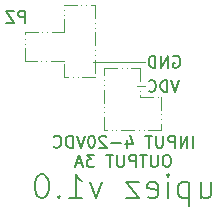
<source format=gbr>
%TF.GenerationSoftware,KiCad,Pcbnew,8.0.4*%
%TF.CreationDate,2024-09-07T16:18:19-07:00*%
%TF.ProjectId,upiez,75706965-7a2e-46b6-9963-61645f706362,rev?*%
%TF.SameCoordinates,Original*%
%TF.FileFunction,Legend,Bot*%
%TF.FilePolarity,Positive*%
%FSLAX46Y46*%
G04 Gerber Fmt 4.6, Leading zero omitted, Abs format (unit mm)*
G04 Created by KiCad (PCBNEW 8.0.4) date 2024-09-07 16:18:19*
%MOMM*%
%LPD*%
G01*
G04 APERTURE LIST*
%ADD10C,0.100000*%
%ADD11C,0.200000*%
%ADD12C,0.150000*%
G04 APERTURE END LIST*
D10*
X31115000Y-33197800D02*
X31115000Y-32097800D01*
X31115000Y-31697800D02*
X31115000Y-31697800D01*
X31115000Y-31297800D02*
X31115000Y-31297800D01*
X31115000Y-30897800D02*
X31115000Y-30734000D01*
X31115000Y-30734000D02*
X32215000Y-30734000D01*
X32615000Y-30734000D02*
X32615000Y-30734000D01*
X33015000Y-30734000D02*
X33015000Y-30734000D01*
X33415000Y-30734000D02*
X34417000Y-30734000D01*
X34417000Y-30734000D02*
X34417000Y-29634000D01*
X34417000Y-29234000D02*
X34417000Y-29234000D01*
X34417000Y-28834000D02*
X34417000Y-28834000D01*
X34417000Y-28448000D02*
X35517000Y-28448000D01*
X35917000Y-28448000D02*
X35917000Y-28448000D01*
X36317000Y-28448000D02*
X36317000Y-28448000D01*
X36717000Y-28448000D02*
X37084000Y-28448000D01*
X37084000Y-28448000D02*
X37084000Y-29548000D01*
X37084000Y-29948000D02*
X37084000Y-29948000D01*
X37084000Y-30348000D02*
X37084000Y-30348000D01*
X37084000Y-30748000D02*
X37084000Y-31848000D01*
X37084000Y-32248000D02*
X37084000Y-32248000D01*
X37084000Y-32648000D02*
X37084000Y-32648000D01*
X37084000Y-33048000D02*
X37084000Y-34148000D01*
X37084000Y-34544000D02*
X35984000Y-34544000D01*
X35584000Y-34544000D02*
X35584000Y-34544000D01*
X35184000Y-34544000D02*
X35184000Y-34544000D01*
X34784000Y-34544000D02*
X34417000Y-34544000D01*
X34417000Y-34544000D02*
X34417000Y-33444000D01*
X34417000Y-33197800D02*
X33317000Y-33197800D01*
X32917000Y-33197800D02*
X32917000Y-33197800D01*
X32517000Y-33197800D02*
X32517000Y-33197800D01*
X32117000Y-33197800D02*
X31115000Y-33197800D01*
X40894000Y-33782000D02*
X40894000Y-34882000D01*
X40894000Y-35282000D02*
X40894000Y-35282000D01*
X40894000Y-35682000D02*
X40894000Y-35682000D01*
X40894000Y-36082000D02*
X40894000Y-36195000D01*
X40894000Y-36195000D02*
X41994000Y-36195000D01*
X42394000Y-36195000D02*
X42394000Y-36195000D01*
X42672000Y-36195000D02*
X42672000Y-37295000D01*
X42672000Y-37695000D02*
X42672000Y-37695000D01*
X42672000Y-38095000D02*
X42672000Y-38095000D01*
X42672000Y-38495000D02*
X42672000Y-38989000D01*
X42672000Y-38989000D02*
X41572000Y-38989000D01*
X41172000Y-38989000D02*
X41172000Y-38989000D01*
X40772000Y-38989000D02*
X40772000Y-38989000D01*
X40372000Y-38989000D02*
X39272000Y-38989000D01*
X38872000Y-38989000D02*
X38872000Y-38989000D01*
X38472000Y-38989000D02*
X38472000Y-38989000D01*
X38072000Y-38989000D02*
X37846000Y-38989000D01*
X37846000Y-38989000D02*
X37846000Y-37889000D01*
X37846000Y-37489000D02*
X37846000Y-37489000D01*
X37846000Y-37089000D02*
X37846000Y-37089000D01*
X37846000Y-36689000D02*
X37846000Y-35589000D01*
X37846000Y-35189000D02*
X37846000Y-35189000D01*
X37846000Y-34789000D02*
X37846000Y-34789000D01*
X37846000Y-34389000D02*
X37846000Y-33782000D01*
X37846000Y-33782000D02*
X38946000Y-33782000D01*
X39346000Y-33782000D02*
X39346000Y-33782000D01*
X39746000Y-33782000D02*
X39746000Y-33782000D01*
X40146000Y-33782000D02*
X40894000Y-33782000D01*
X41275000Y-35280600D02*
X40640000Y-35280600D01*
X41275000Y-33274000D02*
X36931600Y-33274000D01*
D11*
X45995410Y-43423504D02*
X45995410Y-44756838D01*
X46852553Y-43423504D02*
X46852553Y-44471123D01*
X46852553Y-44471123D02*
X46757315Y-44661600D01*
X46757315Y-44661600D02*
X46566839Y-44756838D01*
X46566839Y-44756838D02*
X46281124Y-44756838D01*
X46281124Y-44756838D02*
X46090648Y-44661600D01*
X46090648Y-44661600D02*
X45995410Y-44566361D01*
X45043029Y-43423504D02*
X45043029Y-45423504D01*
X45043029Y-43518742D02*
X44852553Y-43423504D01*
X44852553Y-43423504D02*
X44471600Y-43423504D01*
X44471600Y-43423504D02*
X44281124Y-43518742D01*
X44281124Y-43518742D02*
X44185886Y-43613980D01*
X44185886Y-43613980D02*
X44090648Y-43804457D01*
X44090648Y-43804457D02*
X44090648Y-44375885D01*
X44090648Y-44375885D02*
X44185886Y-44566361D01*
X44185886Y-44566361D02*
X44281124Y-44661600D01*
X44281124Y-44661600D02*
X44471600Y-44756838D01*
X44471600Y-44756838D02*
X44852553Y-44756838D01*
X44852553Y-44756838D02*
X45043029Y-44661600D01*
X43233505Y-44756838D02*
X43233505Y-43423504D01*
X43233505Y-42756838D02*
X43328743Y-42852076D01*
X43328743Y-42852076D02*
X43233505Y-42947314D01*
X43233505Y-42947314D02*
X43138267Y-42852076D01*
X43138267Y-42852076D02*
X43233505Y-42756838D01*
X43233505Y-42756838D02*
X43233505Y-42947314D01*
X41519219Y-44661600D02*
X41709695Y-44756838D01*
X41709695Y-44756838D02*
X42090648Y-44756838D01*
X42090648Y-44756838D02*
X42281124Y-44661600D01*
X42281124Y-44661600D02*
X42376362Y-44471123D01*
X42376362Y-44471123D02*
X42376362Y-43709219D01*
X42376362Y-43709219D02*
X42281124Y-43518742D01*
X42281124Y-43518742D02*
X42090648Y-43423504D01*
X42090648Y-43423504D02*
X41709695Y-43423504D01*
X41709695Y-43423504D02*
X41519219Y-43518742D01*
X41519219Y-43518742D02*
X41423981Y-43709219D01*
X41423981Y-43709219D02*
X41423981Y-43899695D01*
X41423981Y-43899695D02*
X42376362Y-44090171D01*
X40757314Y-43423504D02*
X39709695Y-43423504D01*
X39709695Y-43423504D02*
X40757314Y-44756838D01*
X40757314Y-44756838D02*
X39709695Y-44756838D01*
X37614456Y-43423504D02*
X37138266Y-44756838D01*
X37138266Y-44756838D02*
X36662075Y-43423504D01*
X34852551Y-44756838D02*
X35995408Y-44756838D01*
X35423980Y-44756838D02*
X35423980Y-42756838D01*
X35423980Y-42756838D02*
X35614456Y-43042552D01*
X35614456Y-43042552D02*
X35804932Y-43233028D01*
X35804932Y-43233028D02*
X35995408Y-43328266D01*
X33995408Y-44566361D02*
X33900170Y-44661600D01*
X33900170Y-44661600D02*
X33995408Y-44756838D01*
X33995408Y-44756838D02*
X34090646Y-44661600D01*
X34090646Y-44661600D02*
X33995408Y-44566361D01*
X33995408Y-44566361D02*
X33995408Y-44756838D01*
X32662075Y-42756838D02*
X32471598Y-42756838D01*
X32471598Y-42756838D02*
X32281122Y-42852076D01*
X32281122Y-42852076D02*
X32185884Y-42947314D01*
X32185884Y-42947314D02*
X32090646Y-43137790D01*
X32090646Y-43137790D02*
X31995408Y-43518742D01*
X31995408Y-43518742D02*
X31995408Y-43994933D01*
X31995408Y-43994933D02*
X32090646Y-44375885D01*
X32090646Y-44375885D02*
X32185884Y-44566361D01*
X32185884Y-44566361D02*
X32281122Y-44661600D01*
X32281122Y-44661600D02*
X32471598Y-44756838D01*
X32471598Y-44756838D02*
X32662075Y-44756838D01*
X32662075Y-44756838D02*
X32852551Y-44661600D01*
X32852551Y-44661600D02*
X32947789Y-44566361D01*
X32947789Y-44566361D02*
X33043027Y-44375885D01*
X33043027Y-44375885D02*
X33138265Y-43994933D01*
X33138265Y-43994933D02*
X33138265Y-43518742D01*
X33138265Y-43518742D02*
X33043027Y-43137790D01*
X33043027Y-43137790D02*
X32947789Y-42947314D01*
X32947789Y-42947314D02*
X32852551Y-42852076D01*
X32852551Y-42852076D02*
X32662075Y-42756838D01*
D12*
X45375285Y-40497757D02*
X45375285Y-39481757D01*
X44891475Y-40497757D02*
X44891475Y-39481757D01*
X44891475Y-39481757D02*
X44310903Y-40497757D01*
X44310903Y-40497757D02*
X44310903Y-39481757D01*
X43827094Y-40497757D02*
X43827094Y-39481757D01*
X43827094Y-39481757D02*
X43440046Y-39481757D01*
X43440046Y-39481757D02*
X43343284Y-39530138D01*
X43343284Y-39530138D02*
X43294903Y-39578519D01*
X43294903Y-39578519D02*
X43246522Y-39675281D01*
X43246522Y-39675281D02*
X43246522Y-39820424D01*
X43246522Y-39820424D02*
X43294903Y-39917186D01*
X43294903Y-39917186D02*
X43343284Y-39965567D01*
X43343284Y-39965567D02*
X43440046Y-40013948D01*
X43440046Y-40013948D02*
X43827094Y-40013948D01*
X42811094Y-39481757D02*
X42811094Y-40304234D01*
X42811094Y-40304234D02*
X42762713Y-40400996D01*
X42762713Y-40400996D02*
X42714332Y-40449377D01*
X42714332Y-40449377D02*
X42617570Y-40497757D01*
X42617570Y-40497757D02*
X42424046Y-40497757D01*
X42424046Y-40497757D02*
X42327284Y-40449377D01*
X42327284Y-40449377D02*
X42278903Y-40400996D01*
X42278903Y-40400996D02*
X42230522Y-40304234D01*
X42230522Y-40304234D02*
X42230522Y-39481757D01*
X41891856Y-39481757D02*
X41311284Y-39481757D01*
X41601570Y-40497757D02*
X41601570Y-39481757D01*
X39763094Y-39820424D02*
X39763094Y-40497757D01*
X40004999Y-39433377D02*
X40246904Y-40159091D01*
X40246904Y-40159091D02*
X39617951Y-40159091D01*
X39230904Y-40110710D02*
X38456809Y-40110710D01*
X38021380Y-39578519D02*
X37972999Y-39530138D01*
X37972999Y-39530138D02*
X37876237Y-39481757D01*
X37876237Y-39481757D02*
X37634332Y-39481757D01*
X37634332Y-39481757D02*
X37537570Y-39530138D01*
X37537570Y-39530138D02*
X37489189Y-39578519D01*
X37489189Y-39578519D02*
X37440808Y-39675281D01*
X37440808Y-39675281D02*
X37440808Y-39772043D01*
X37440808Y-39772043D02*
X37489189Y-39917186D01*
X37489189Y-39917186D02*
X38069761Y-40497757D01*
X38069761Y-40497757D02*
X37440808Y-40497757D01*
X36811856Y-39481757D02*
X36715094Y-39481757D01*
X36715094Y-39481757D02*
X36618332Y-39530138D01*
X36618332Y-39530138D02*
X36569951Y-39578519D01*
X36569951Y-39578519D02*
X36521570Y-39675281D01*
X36521570Y-39675281D02*
X36473189Y-39868805D01*
X36473189Y-39868805D02*
X36473189Y-40110710D01*
X36473189Y-40110710D02*
X36521570Y-40304234D01*
X36521570Y-40304234D02*
X36569951Y-40400996D01*
X36569951Y-40400996D02*
X36618332Y-40449377D01*
X36618332Y-40449377D02*
X36715094Y-40497757D01*
X36715094Y-40497757D02*
X36811856Y-40497757D01*
X36811856Y-40497757D02*
X36908618Y-40449377D01*
X36908618Y-40449377D02*
X36956999Y-40400996D01*
X36956999Y-40400996D02*
X37005380Y-40304234D01*
X37005380Y-40304234D02*
X37053761Y-40110710D01*
X37053761Y-40110710D02*
X37053761Y-39868805D01*
X37053761Y-39868805D02*
X37005380Y-39675281D01*
X37005380Y-39675281D02*
X36956999Y-39578519D01*
X36956999Y-39578519D02*
X36908618Y-39530138D01*
X36908618Y-39530138D02*
X36811856Y-39481757D01*
X36182904Y-39481757D02*
X35844237Y-40497757D01*
X35844237Y-40497757D02*
X35505570Y-39481757D01*
X35166904Y-40497757D02*
X35166904Y-39481757D01*
X35166904Y-39481757D02*
X34924999Y-39481757D01*
X34924999Y-39481757D02*
X34779856Y-39530138D01*
X34779856Y-39530138D02*
X34683094Y-39626900D01*
X34683094Y-39626900D02*
X34634713Y-39723662D01*
X34634713Y-39723662D02*
X34586332Y-39917186D01*
X34586332Y-39917186D02*
X34586332Y-40062329D01*
X34586332Y-40062329D02*
X34634713Y-40255853D01*
X34634713Y-40255853D02*
X34683094Y-40352615D01*
X34683094Y-40352615D02*
X34779856Y-40449377D01*
X34779856Y-40449377D02*
X34924999Y-40497757D01*
X34924999Y-40497757D02*
X35166904Y-40497757D01*
X33570332Y-40400996D02*
X33618713Y-40449377D01*
X33618713Y-40449377D02*
X33763856Y-40497757D01*
X33763856Y-40497757D02*
X33860618Y-40497757D01*
X33860618Y-40497757D02*
X34005761Y-40449377D01*
X34005761Y-40449377D02*
X34102523Y-40352615D01*
X34102523Y-40352615D02*
X34150904Y-40255853D01*
X34150904Y-40255853D02*
X34199285Y-40062329D01*
X34199285Y-40062329D02*
X34199285Y-39917186D01*
X34199285Y-39917186D02*
X34150904Y-39723662D01*
X34150904Y-39723662D02*
X34102523Y-39626900D01*
X34102523Y-39626900D02*
X34005761Y-39530138D01*
X34005761Y-39530138D02*
X33860618Y-39481757D01*
X33860618Y-39481757D02*
X33763856Y-39481757D01*
X33763856Y-39481757D02*
X33618713Y-39530138D01*
X33618713Y-39530138D02*
X33570332Y-39578519D01*
X43246523Y-41117460D02*
X43052999Y-41117460D01*
X43052999Y-41117460D02*
X42956237Y-41165841D01*
X42956237Y-41165841D02*
X42859475Y-41262603D01*
X42859475Y-41262603D02*
X42811094Y-41456127D01*
X42811094Y-41456127D02*
X42811094Y-41794794D01*
X42811094Y-41794794D02*
X42859475Y-41988318D01*
X42859475Y-41988318D02*
X42956237Y-42085080D01*
X42956237Y-42085080D02*
X43052999Y-42133460D01*
X43052999Y-42133460D02*
X43246523Y-42133460D01*
X43246523Y-42133460D02*
X43343285Y-42085080D01*
X43343285Y-42085080D02*
X43440047Y-41988318D01*
X43440047Y-41988318D02*
X43488428Y-41794794D01*
X43488428Y-41794794D02*
X43488428Y-41456127D01*
X43488428Y-41456127D02*
X43440047Y-41262603D01*
X43440047Y-41262603D02*
X43343285Y-41165841D01*
X43343285Y-41165841D02*
X43246523Y-41117460D01*
X42375666Y-41117460D02*
X42375666Y-41939937D01*
X42375666Y-41939937D02*
X42327285Y-42036699D01*
X42327285Y-42036699D02*
X42278904Y-42085080D01*
X42278904Y-42085080D02*
X42182142Y-42133460D01*
X42182142Y-42133460D02*
X41988618Y-42133460D01*
X41988618Y-42133460D02*
X41891856Y-42085080D01*
X41891856Y-42085080D02*
X41843475Y-42036699D01*
X41843475Y-42036699D02*
X41795094Y-41939937D01*
X41795094Y-41939937D02*
X41795094Y-41117460D01*
X41456428Y-41117460D02*
X40875856Y-41117460D01*
X41166142Y-42133460D02*
X41166142Y-41117460D01*
X40537190Y-42133460D02*
X40537190Y-41117460D01*
X40537190Y-41117460D02*
X40150142Y-41117460D01*
X40150142Y-41117460D02*
X40053380Y-41165841D01*
X40053380Y-41165841D02*
X40004999Y-41214222D01*
X40004999Y-41214222D02*
X39956618Y-41310984D01*
X39956618Y-41310984D02*
X39956618Y-41456127D01*
X39956618Y-41456127D02*
X40004999Y-41552889D01*
X40004999Y-41552889D02*
X40053380Y-41601270D01*
X40053380Y-41601270D02*
X40150142Y-41649651D01*
X40150142Y-41649651D02*
X40537190Y-41649651D01*
X39521190Y-41117460D02*
X39521190Y-41939937D01*
X39521190Y-41939937D02*
X39472809Y-42036699D01*
X39472809Y-42036699D02*
X39424428Y-42085080D01*
X39424428Y-42085080D02*
X39327666Y-42133460D01*
X39327666Y-42133460D02*
X39134142Y-42133460D01*
X39134142Y-42133460D02*
X39037380Y-42085080D01*
X39037380Y-42085080D02*
X38988999Y-42036699D01*
X38988999Y-42036699D02*
X38940618Y-41939937D01*
X38940618Y-41939937D02*
X38940618Y-41117460D01*
X38601952Y-41117460D02*
X38021380Y-41117460D01*
X38311666Y-42133460D02*
X38311666Y-41117460D01*
X37005381Y-41117460D02*
X36376428Y-41117460D01*
X36376428Y-41117460D02*
X36715095Y-41504508D01*
X36715095Y-41504508D02*
X36569952Y-41504508D01*
X36569952Y-41504508D02*
X36473190Y-41552889D01*
X36473190Y-41552889D02*
X36424809Y-41601270D01*
X36424809Y-41601270D02*
X36376428Y-41698032D01*
X36376428Y-41698032D02*
X36376428Y-41939937D01*
X36376428Y-41939937D02*
X36424809Y-42036699D01*
X36424809Y-42036699D02*
X36473190Y-42085080D01*
X36473190Y-42085080D02*
X36569952Y-42133460D01*
X36569952Y-42133460D02*
X36860238Y-42133460D01*
X36860238Y-42133460D02*
X36957000Y-42085080D01*
X36957000Y-42085080D02*
X37005381Y-42036699D01*
X35989381Y-41843175D02*
X35505571Y-41843175D01*
X36086143Y-42133460D02*
X35747476Y-41117460D01*
X35747476Y-41117460D02*
X35408809Y-42133460D01*
D11*
X43692292Y-32773038D02*
X43787530Y-32725419D01*
X43787530Y-32725419D02*
X43930387Y-32725419D01*
X43930387Y-32725419D02*
X44073244Y-32773038D01*
X44073244Y-32773038D02*
X44168482Y-32868276D01*
X44168482Y-32868276D02*
X44216101Y-32963514D01*
X44216101Y-32963514D02*
X44263720Y-33153990D01*
X44263720Y-33153990D02*
X44263720Y-33296847D01*
X44263720Y-33296847D02*
X44216101Y-33487323D01*
X44216101Y-33487323D02*
X44168482Y-33582561D01*
X44168482Y-33582561D02*
X44073244Y-33677800D01*
X44073244Y-33677800D02*
X43930387Y-33725419D01*
X43930387Y-33725419D02*
X43835149Y-33725419D01*
X43835149Y-33725419D02*
X43692292Y-33677800D01*
X43692292Y-33677800D02*
X43644673Y-33630180D01*
X43644673Y-33630180D02*
X43644673Y-33296847D01*
X43644673Y-33296847D02*
X43835149Y-33296847D01*
X43216101Y-33725419D02*
X43216101Y-32725419D01*
X43216101Y-32725419D02*
X42644673Y-33725419D01*
X42644673Y-33725419D02*
X42644673Y-32725419D01*
X42168482Y-33725419D02*
X42168482Y-32725419D01*
X42168482Y-32725419D02*
X41930387Y-32725419D01*
X41930387Y-32725419D02*
X41787530Y-32773038D01*
X41787530Y-32773038D02*
X41692292Y-32868276D01*
X41692292Y-32868276D02*
X41644673Y-32963514D01*
X41644673Y-32963514D02*
X41597054Y-33153990D01*
X41597054Y-33153990D02*
X41597054Y-33296847D01*
X41597054Y-33296847D02*
X41644673Y-33487323D01*
X41644673Y-33487323D02*
X41692292Y-33582561D01*
X41692292Y-33582561D02*
X41787530Y-33677800D01*
X41787530Y-33677800D02*
X41930387Y-33725419D01*
X41930387Y-33725419D02*
X42168482Y-33725419D01*
X31126326Y-29916219D02*
X31126326Y-28916219D01*
X31126326Y-28916219D02*
X30745374Y-28916219D01*
X30745374Y-28916219D02*
X30650136Y-28963838D01*
X30650136Y-28963838D02*
X30602517Y-29011457D01*
X30602517Y-29011457D02*
X30554898Y-29106695D01*
X30554898Y-29106695D02*
X30554898Y-29249552D01*
X30554898Y-29249552D02*
X30602517Y-29344790D01*
X30602517Y-29344790D02*
X30650136Y-29392409D01*
X30650136Y-29392409D02*
X30745374Y-29440028D01*
X30745374Y-29440028D02*
X31126326Y-29440028D01*
X30221564Y-28916219D02*
X29554898Y-28916219D01*
X29554898Y-28916219D02*
X30221564Y-29916219D01*
X30221564Y-29916219D02*
X29554898Y-29916219D01*
X44168482Y-34782819D02*
X43835149Y-35782819D01*
X43835149Y-35782819D02*
X43501816Y-34782819D01*
X43168482Y-35782819D02*
X43168482Y-34782819D01*
X43168482Y-34782819D02*
X42930387Y-34782819D01*
X42930387Y-34782819D02*
X42787530Y-34830438D01*
X42787530Y-34830438D02*
X42692292Y-34925676D01*
X42692292Y-34925676D02*
X42644673Y-35020914D01*
X42644673Y-35020914D02*
X42597054Y-35211390D01*
X42597054Y-35211390D02*
X42597054Y-35354247D01*
X42597054Y-35354247D02*
X42644673Y-35544723D01*
X42644673Y-35544723D02*
X42692292Y-35639961D01*
X42692292Y-35639961D02*
X42787530Y-35735200D01*
X42787530Y-35735200D02*
X42930387Y-35782819D01*
X42930387Y-35782819D02*
X43168482Y-35782819D01*
X41597054Y-35687580D02*
X41644673Y-35735200D01*
X41644673Y-35735200D02*
X41787530Y-35782819D01*
X41787530Y-35782819D02*
X41882768Y-35782819D01*
X41882768Y-35782819D02*
X42025625Y-35735200D01*
X42025625Y-35735200D02*
X42120863Y-35639961D01*
X42120863Y-35639961D02*
X42168482Y-35544723D01*
X42168482Y-35544723D02*
X42216101Y-35354247D01*
X42216101Y-35354247D02*
X42216101Y-35211390D01*
X42216101Y-35211390D02*
X42168482Y-35020914D01*
X42168482Y-35020914D02*
X42120863Y-34925676D01*
X42120863Y-34925676D02*
X42025625Y-34830438D01*
X42025625Y-34830438D02*
X41882768Y-34782819D01*
X41882768Y-34782819D02*
X41787530Y-34782819D01*
X41787530Y-34782819D02*
X41644673Y-34830438D01*
X41644673Y-34830438D02*
X41597054Y-34878057D01*
M02*

</source>
